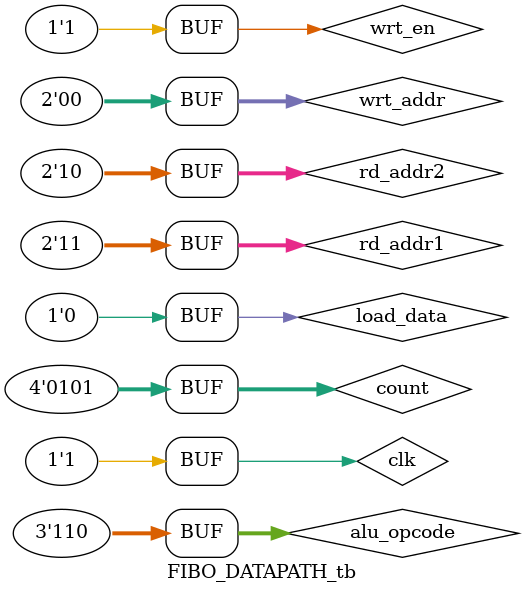
<source format=v>
module FIBO_DATAPATH_tb();
parameter   size=4;
reg         wrt_en,clk,load_data;
reg         [1:0]wrt_addr,rd_addr1,rd_addr2;
reg         [2:0]alu_opcode;
reg         [size-1:0]count;
wire        zero_flag;
wire        [size-1:0]data;

FIBO_DATAPATH DUT(wrt_addr,wrt_en,clk,load_data,rd_addr1,rd_addr2,alu_opcode,count,zero_flag,data);
  always begin
  clk=0; #25; 
  clk=1; #25; 
  end

initial
 begin
	wrt_en=1;  load_data=1; wrt_addr=2'b00; rd_addr1=2'b00; rd_addr2=2'b00; alu_opcode=3'b001; count=4'b0001; #50;
  wrt_en=1;  load_data=1; wrt_addr=2'b01; rd_addr1=2'b00; rd_addr2=2'b00; alu_opcode=3'b001; count=4'b0001; #50;
  wrt_en=1;  load_data=1; wrt_addr=2'b10; rd_addr1=2'b00; rd_addr2=2'b00; alu_opcode=3'b001; count=4'b0001; #50;
  wrt_en=1;  load_data=1; wrt_addr=2'b11; rd_addr1=2'b00; rd_addr2=2'b00; alu_opcode=3'b001; count=4'b0001; #50;
  wrt_en=1;  load_data=0; wrt_addr=2'b01; rd_addr1=2'b00; rd_addr2=2'b11; alu_opcode=3'b110; count=4'b0100; #100;
  wrt_en=1;  load_data=0; wrt_addr=2'b10; rd_addr1=2'b01; rd_addr2=2'b00; alu_opcode=3'b110; count=4'b0101; #100;
  wrt_en=1;  load_data=0; wrt_addr=2'b11; rd_addr1=2'b10; rd_addr2=2'b01; alu_opcode=3'b110; count=4'b0110; #100;
  wrt_en=1;  load_data=0; wrt_addr=2'b00; rd_addr1=2'b11; rd_addr2=2'b10; alu_opcode=3'b110; count=4'b0101; #100;
  wrt_en=1;  load_data=0; wrt_addr=2'b01; rd_addr1=2'b00; rd_addr2=2'b11; alu_opcode=3'b110; count=4'b0100; #100;
  wrt_en=1;  load_data=0; wrt_addr=2'b10; rd_addr1=2'b01; rd_addr2=2'b00; alu_opcode=3'b110; count=4'b0101; #100;
  wrt_en=1;  load_data=0; wrt_addr=2'b11; rd_addr1=2'b10; rd_addr2=2'b01; alu_opcode=3'b110; count=4'b0110; #100;
  wrt_en=1;  load_data=0; wrt_addr=2'b00; rd_addr1=2'b11; rd_addr2=2'b10; alu_opcode=3'b110; count=4'b0101; #100;
  wrt_en=1;  load_data=0; wrt_addr=2'b01; rd_addr1=2'b00; rd_addr2=2'b11; alu_opcode=3'b110; count=4'b0100; #100;
  wrt_en=1;  load_data=0; wrt_addr=2'b10; rd_addr1=2'b01; rd_addr2=2'b00; alu_opcode=3'b110; count=4'b0101; #100;
  wrt_en=1;  load_data=0; wrt_addr=2'b11; rd_addr1=2'b10; rd_addr2=2'b01; alu_opcode=3'b110; count=4'b0110; #100;
  wrt_en=1;  load_data=0; wrt_addr=2'b00; rd_addr1=2'b11; rd_addr2=2'b10; alu_opcode=3'b110; count=4'b0101; #100;
end
endmodule

</source>
